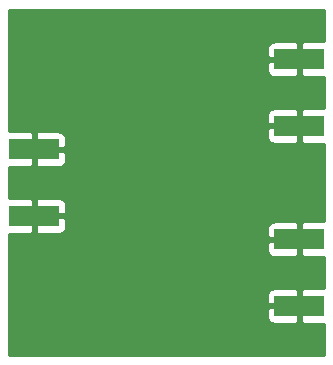
<source format=gbr>
%TF.GenerationSoftware,KiCad,Pcbnew,(5.1.9)-1*%
%TF.CreationDate,2021-03-17T18:50:59-04:00*%
%TF.ProjectId,PowerSplitter,506f7765-7253-4706-9c69-747465722e6b,rev?*%
%TF.SameCoordinates,Original*%
%TF.FileFunction,Copper,L2,Bot*%
%TF.FilePolarity,Positive*%
%FSLAX46Y46*%
G04 Gerber Fmt 4.6, Leading zero omitted, Abs format (unit mm)*
G04 Created by KiCad (PCBNEW (5.1.9)-1) date 2021-03-17 18:50:59*
%MOMM*%
%LPD*%
G01*
G04 APERTURE LIST*
%TA.AperFunction,SMDPad,CuDef*%
%ADD10R,4.200000X1.750000*%
%TD*%
%TA.AperFunction,ViaPad*%
%ADD11C,0.800000*%
%TD*%
%TA.AperFunction,Conductor*%
%ADD12C,0.254000*%
%TD*%
%TA.AperFunction,Conductor*%
%ADD13C,0.100000*%
%TD*%
G04 APERTURE END LIST*
D10*
%TO.P,J3,3_2*%
%TO.N,GND*%
X134420000Y-78455000D03*
%TO.P,J3,2_2*%
X134420000Y-84105000D03*
%TD*%
%TO.P,J2,3_2*%
%TO.N,GND*%
X134420000Y-63215000D03*
%TO.P,J2,2_2*%
X134420000Y-68865000D03*
%TD*%
%TO.P,J1,3_2*%
%TO.N,GND*%
X111960000Y-76485000D03*
%TO.P,J1,2_2*%
X111960000Y-70835000D03*
%TD*%
D11*
%TO.N,GND*%
X110668550Y-60494876D03*
X110668550Y-64494876D03*
X110668550Y-79494876D03*
X110668550Y-83494876D03*
X110668550Y-87494876D03*
X111668550Y-67494876D03*
X112668550Y-62494876D03*
X112668550Y-81494876D03*
X112668550Y-85494876D03*
X113668550Y-65494876D03*
X114668550Y-60494876D03*
X114668550Y-79494876D03*
X114668550Y-83494876D03*
X114668550Y-87494876D03*
X115668550Y-63494876D03*
X115668550Y-67494876D03*
X115668550Y-71494876D03*
X115668550Y-75494876D03*
X116668550Y-81494876D03*
X116668550Y-85494876D03*
X117668550Y-61494876D03*
X117668550Y-65494876D03*
X117668550Y-69494876D03*
X117668550Y-77494876D03*
X118668550Y-83494876D03*
X118668550Y-87494876D03*
X119668550Y-63494876D03*
X119668550Y-67494876D03*
X119668550Y-71494876D03*
X119668550Y-75494876D03*
X119668550Y-79494876D03*
X120668550Y-60494876D03*
X120668550Y-85494876D03*
X121668550Y-65494876D03*
X121668550Y-69494876D03*
X121668550Y-77494876D03*
X121668550Y-81494876D03*
X122668550Y-62494876D03*
X122668550Y-87494876D03*
X123668550Y-67494876D03*
X123668550Y-79494876D03*
X123668550Y-83494876D03*
X124668550Y-60494876D03*
X124668550Y-64494876D03*
X125668550Y-81494876D03*
X125668550Y-85494876D03*
X126668550Y-62494876D03*
X126668550Y-66494876D03*
X126668550Y-73494876D03*
X127668550Y-83494876D03*
X128668550Y-60494876D03*
X128668550Y-64494876D03*
X128668550Y-71494876D03*
X128668550Y-75494876D03*
X128668550Y-86494876D03*
X130668550Y-62494876D03*
X130668550Y-69494876D03*
X130668550Y-73494876D03*
X130668550Y-77494876D03*
X130668550Y-84494876D03*
X131668550Y-87494876D03*
X132668550Y-60494876D03*
X132668550Y-71494876D03*
X132668550Y-75494876D03*
X134668550Y-73494876D03*
X135668550Y-87494876D03*
%TD*%
D12*
%TO.N,GND*%
X136500000Y-61701962D02*
X134705750Y-61705000D01*
X134547000Y-61863750D01*
X134547000Y-63088000D01*
X134567000Y-63088000D01*
X134567000Y-63342000D01*
X134547000Y-63342000D01*
X134547000Y-64566250D01*
X134705750Y-64725000D01*
X136500000Y-64728038D01*
X136500000Y-67351962D01*
X134705750Y-67355000D01*
X134547000Y-67513750D01*
X134547000Y-68738000D01*
X134567000Y-68738000D01*
X134567000Y-68992000D01*
X134547000Y-68992000D01*
X134547000Y-70216250D01*
X134705750Y-70375000D01*
X136500000Y-70378038D01*
X136500001Y-76941962D01*
X134705750Y-76945000D01*
X134547000Y-77103750D01*
X134547000Y-78328000D01*
X134567000Y-78328000D01*
X134567000Y-78582000D01*
X134547000Y-78582000D01*
X134547000Y-79806250D01*
X134705750Y-79965000D01*
X136500001Y-79968038D01*
X136500001Y-82591962D01*
X134705750Y-82595000D01*
X134547000Y-82753750D01*
X134547000Y-83978000D01*
X134567000Y-83978000D01*
X134567000Y-84232000D01*
X134547000Y-84232000D01*
X134547000Y-85456250D01*
X134705750Y-85615000D01*
X136500001Y-85618038D01*
X136500001Y-88240000D01*
X109880000Y-88240000D01*
X109880000Y-84980000D01*
X131681928Y-84980000D01*
X131694188Y-85104482D01*
X131730498Y-85224180D01*
X131789463Y-85334494D01*
X131868815Y-85431185D01*
X131965506Y-85510537D01*
X132075820Y-85569502D01*
X132195518Y-85605812D01*
X132320000Y-85618072D01*
X134134250Y-85615000D01*
X134293000Y-85456250D01*
X134293000Y-84232000D01*
X131843750Y-84232000D01*
X131685000Y-84390750D01*
X131681928Y-84980000D01*
X109880000Y-84980000D01*
X109880000Y-83230000D01*
X131681928Y-83230000D01*
X131685000Y-83819250D01*
X131843750Y-83978000D01*
X134293000Y-83978000D01*
X134293000Y-82753750D01*
X134134250Y-82595000D01*
X132320000Y-82591928D01*
X132195518Y-82604188D01*
X132075820Y-82640498D01*
X131965506Y-82699463D01*
X131868815Y-82778815D01*
X131789463Y-82875506D01*
X131730498Y-82985820D01*
X131694188Y-83105518D01*
X131681928Y-83230000D01*
X109880000Y-83230000D01*
X109880000Y-79330000D01*
X131681928Y-79330000D01*
X131694188Y-79454482D01*
X131730498Y-79574180D01*
X131789463Y-79684494D01*
X131868815Y-79781185D01*
X131965506Y-79860537D01*
X132075820Y-79919502D01*
X132195518Y-79955812D01*
X132320000Y-79968072D01*
X134134250Y-79965000D01*
X134293000Y-79806250D01*
X134293000Y-78582000D01*
X131843750Y-78582000D01*
X131685000Y-78740750D01*
X131681928Y-79330000D01*
X109880000Y-79330000D01*
X109880000Y-77998038D01*
X111674250Y-77995000D01*
X111833000Y-77836250D01*
X111833000Y-76612000D01*
X112087000Y-76612000D01*
X112087000Y-77836250D01*
X112245750Y-77995000D01*
X114060000Y-77998072D01*
X114184482Y-77985812D01*
X114304180Y-77949502D01*
X114414494Y-77890537D01*
X114511185Y-77811185D01*
X114590537Y-77714494D01*
X114649502Y-77604180D01*
X114656836Y-77580000D01*
X131681928Y-77580000D01*
X131685000Y-78169250D01*
X131843750Y-78328000D01*
X134293000Y-78328000D01*
X134293000Y-77103750D01*
X134134250Y-76945000D01*
X132320000Y-76941928D01*
X132195518Y-76954188D01*
X132075820Y-76990498D01*
X131965506Y-77049463D01*
X131868815Y-77128815D01*
X131789463Y-77225506D01*
X131730498Y-77335820D01*
X131694188Y-77455518D01*
X131681928Y-77580000D01*
X114656836Y-77580000D01*
X114685812Y-77484482D01*
X114698072Y-77360000D01*
X114695000Y-76770750D01*
X114536250Y-76612000D01*
X112087000Y-76612000D01*
X111833000Y-76612000D01*
X111813000Y-76612000D01*
X111813000Y-76358000D01*
X111833000Y-76358000D01*
X111833000Y-75133750D01*
X112087000Y-75133750D01*
X112087000Y-76358000D01*
X114536250Y-76358000D01*
X114695000Y-76199250D01*
X114698072Y-75610000D01*
X114685812Y-75485518D01*
X114649502Y-75365820D01*
X114590537Y-75255506D01*
X114511185Y-75158815D01*
X114414494Y-75079463D01*
X114304180Y-75020498D01*
X114184482Y-74984188D01*
X114060000Y-74971928D01*
X112245750Y-74975000D01*
X112087000Y-75133750D01*
X111833000Y-75133750D01*
X111674250Y-74975000D01*
X109880000Y-74971962D01*
X109880000Y-72348038D01*
X111674250Y-72345000D01*
X111833000Y-72186250D01*
X111833000Y-70962000D01*
X112087000Y-70962000D01*
X112087000Y-72186250D01*
X112245750Y-72345000D01*
X114060000Y-72348072D01*
X114184482Y-72335812D01*
X114304180Y-72299502D01*
X114414494Y-72240537D01*
X114511185Y-72161185D01*
X114590537Y-72064494D01*
X114649502Y-71954180D01*
X114685812Y-71834482D01*
X114698072Y-71710000D01*
X114695000Y-71120750D01*
X114536250Y-70962000D01*
X112087000Y-70962000D01*
X111833000Y-70962000D01*
X111813000Y-70962000D01*
X111813000Y-70708000D01*
X111833000Y-70708000D01*
X111833000Y-69483750D01*
X112087000Y-69483750D01*
X112087000Y-70708000D01*
X114536250Y-70708000D01*
X114695000Y-70549250D01*
X114698072Y-69960000D01*
X114685812Y-69835518D01*
X114656837Y-69740000D01*
X131681928Y-69740000D01*
X131694188Y-69864482D01*
X131730498Y-69984180D01*
X131789463Y-70094494D01*
X131868815Y-70191185D01*
X131965506Y-70270537D01*
X132075820Y-70329502D01*
X132195518Y-70365812D01*
X132320000Y-70378072D01*
X134134250Y-70375000D01*
X134293000Y-70216250D01*
X134293000Y-68992000D01*
X131843750Y-68992000D01*
X131685000Y-69150750D01*
X131681928Y-69740000D01*
X114656837Y-69740000D01*
X114649502Y-69715820D01*
X114590537Y-69605506D01*
X114511185Y-69508815D01*
X114414494Y-69429463D01*
X114304180Y-69370498D01*
X114184482Y-69334188D01*
X114060000Y-69321928D01*
X112245750Y-69325000D01*
X112087000Y-69483750D01*
X111833000Y-69483750D01*
X111674250Y-69325000D01*
X109880000Y-69321962D01*
X109880000Y-67990000D01*
X131681928Y-67990000D01*
X131685000Y-68579250D01*
X131843750Y-68738000D01*
X134293000Y-68738000D01*
X134293000Y-67513750D01*
X134134250Y-67355000D01*
X132320000Y-67351928D01*
X132195518Y-67364188D01*
X132075820Y-67400498D01*
X131965506Y-67459463D01*
X131868815Y-67538815D01*
X131789463Y-67635506D01*
X131730498Y-67745820D01*
X131694188Y-67865518D01*
X131681928Y-67990000D01*
X109880000Y-67990000D01*
X109880000Y-64090000D01*
X131681928Y-64090000D01*
X131694188Y-64214482D01*
X131730498Y-64334180D01*
X131789463Y-64444494D01*
X131868815Y-64541185D01*
X131965506Y-64620537D01*
X132075820Y-64679502D01*
X132195518Y-64715812D01*
X132320000Y-64728072D01*
X134134250Y-64725000D01*
X134293000Y-64566250D01*
X134293000Y-63342000D01*
X131843750Y-63342000D01*
X131685000Y-63500750D01*
X131681928Y-64090000D01*
X109880000Y-64090000D01*
X109880000Y-62340000D01*
X131681928Y-62340000D01*
X131685000Y-62929250D01*
X131843750Y-63088000D01*
X134293000Y-63088000D01*
X134293000Y-61863750D01*
X134134250Y-61705000D01*
X132320000Y-61701928D01*
X132195518Y-61714188D01*
X132075820Y-61750498D01*
X131965506Y-61809463D01*
X131868815Y-61888815D01*
X131789463Y-61985506D01*
X131730498Y-62095820D01*
X131694188Y-62215518D01*
X131681928Y-62340000D01*
X109880000Y-62340000D01*
X109880000Y-59080000D01*
X136500000Y-59080000D01*
X136500000Y-61701962D01*
%TA.AperFunction,Conductor*%
D13*
G36*
X136500000Y-61701962D02*
G01*
X134705750Y-61705000D01*
X134547000Y-61863750D01*
X134547000Y-63088000D01*
X134567000Y-63088000D01*
X134567000Y-63342000D01*
X134547000Y-63342000D01*
X134547000Y-64566250D01*
X134705750Y-64725000D01*
X136500000Y-64728038D01*
X136500000Y-67351962D01*
X134705750Y-67355000D01*
X134547000Y-67513750D01*
X134547000Y-68738000D01*
X134567000Y-68738000D01*
X134567000Y-68992000D01*
X134547000Y-68992000D01*
X134547000Y-70216250D01*
X134705750Y-70375000D01*
X136500000Y-70378038D01*
X136500001Y-76941962D01*
X134705750Y-76945000D01*
X134547000Y-77103750D01*
X134547000Y-78328000D01*
X134567000Y-78328000D01*
X134567000Y-78582000D01*
X134547000Y-78582000D01*
X134547000Y-79806250D01*
X134705750Y-79965000D01*
X136500001Y-79968038D01*
X136500001Y-82591962D01*
X134705750Y-82595000D01*
X134547000Y-82753750D01*
X134547000Y-83978000D01*
X134567000Y-83978000D01*
X134567000Y-84232000D01*
X134547000Y-84232000D01*
X134547000Y-85456250D01*
X134705750Y-85615000D01*
X136500001Y-85618038D01*
X136500001Y-88240000D01*
X109880000Y-88240000D01*
X109880000Y-84980000D01*
X131681928Y-84980000D01*
X131694188Y-85104482D01*
X131730498Y-85224180D01*
X131789463Y-85334494D01*
X131868815Y-85431185D01*
X131965506Y-85510537D01*
X132075820Y-85569502D01*
X132195518Y-85605812D01*
X132320000Y-85618072D01*
X134134250Y-85615000D01*
X134293000Y-85456250D01*
X134293000Y-84232000D01*
X131843750Y-84232000D01*
X131685000Y-84390750D01*
X131681928Y-84980000D01*
X109880000Y-84980000D01*
X109880000Y-83230000D01*
X131681928Y-83230000D01*
X131685000Y-83819250D01*
X131843750Y-83978000D01*
X134293000Y-83978000D01*
X134293000Y-82753750D01*
X134134250Y-82595000D01*
X132320000Y-82591928D01*
X132195518Y-82604188D01*
X132075820Y-82640498D01*
X131965506Y-82699463D01*
X131868815Y-82778815D01*
X131789463Y-82875506D01*
X131730498Y-82985820D01*
X131694188Y-83105518D01*
X131681928Y-83230000D01*
X109880000Y-83230000D01*
X109880000Y-79330000D01*
X131681928Y-79330000D01*
X131694188Y-79454482D01*
X131730498Y-79574180D01*
X131789463Y-79684494D01*
X131868815Y-79781185D01*
X131965506Y-79860537D01*
X132075820Y-79919502D01*
X132195518Y-79955812D01*
X132320000Y-79968072D01*
X134134250Y-79965000D01*
X134293000Y-79806250D01*
X134293000Y-78582000D01*
X131843750Y-78582000D01*
X131685000Y-78740750D01*
X131681928Y-79330000D01*
X109880000Y-79330000D01*
X109880000Y-77998038D01*
X111674250Y-77995000D01*
X111833000Y-77836250D01*
X111833000Y-76612000D01*
X112087000Y-76612000D01*
X112087000Y-77836250D01*
X112245750Y-77995000D01*
X114060000Y-77998072D01*
X114184482Y-77985812D01*
X114304180Y-77949502D01*
X114414494Y-77890537D01*
X114511185Y-77811185D01*
X114590537Y-77714494D01*
X114649502Y-77604180D01*
X114656836Y-77580000D01*
X131681928Y-77580000D01*
X131685000Y-78169250D01*
X131843750Y-78328000D01*
X134293000Y-78328000D01*
X134293000Y-77103750D01*
X134134250Y-76945000D01*
X132320000Y-76941928D01*
X132195518Y-76954188D01*
X132075820Y-76990498D01*
X131965506Y-77049463D01*
X131868815Y-77128815D01*
X131789463Y-77225506D01*
X131730498Y-77335820D01*
X131694188Y-77455518D01*
X131681928Y-77580000D01*
X114656836Y-77580000D01*
X114685812Y-77484482D01*
X114698072Y-77360000D01*
X114695000Y-76770750D01*
X114536250Y-76612000D01*
X112087000Y-76612000D01*
X111833000Y-76612000D01*
X111813000Y-76612000D01*
X111813000Y-76358000D01*
X111833000Y-76358000D01*
X111833000Y-75133750D01*
X112087000Y-75133750D01*
X112087000Y-76358000D01*
X114536250Y-76358000D01*
X114695000Y-76199250D01*
X114698072Y-75610000D01*
X114685812Y-75485518D01*
X114649502Y-75365820D01*
X114590537Y-75255506D01*
X114511185Y-75158815D01*
X114414494Y-75079463D01*
X114304180Y-75020498D01*
X114184482Y-74984188D01*
X114060000Y-74971928D01*
X112245750Y-74975000D01*
X112087000Y-75133750D01*
X111833000Y-75133750D01*
X111674250Y-74975000D01*
X109880000Y-74971962D01*
X109880000Y-72348038D01*
X111674250Y-72345000D01*
X111833000Y-72186250D01*
X111833000Y-70962000D01*
X112087000Y-70962000D01*
X112087000Y-72186250D01*
X112245750Y-72345000D01*
X114060000Y-72348072D01*
X114184482Y-72335812D01*
X114304180Y-72299502D01*
X114414494Y-72240537D01*
X114511185Y-72161185D01*
X114590537Y-72064494D01*
X114649502Y-71954180D01*
X114685812Y-71834482D01*
X114698072Y-71710000D01*
X114695000Y-71120750D01*
X114536250Y-70962000D01*
X112087000Y-70962000D01*
X111833000Y-70962000D01*
X111813000Y-70962000D01*
X111813000Y-70708000D01*
X111833000Y-70708000D01*
X111833000Y-69483750D01*
X112087000Y-69483750D01*
X112087000Y-70708000D01*
X114536250Y-70708000D01*
X114695000Y-70549250D01*
X114698072Y-69960000D01*
X114685812Y-69835518D01*
X114656837Y-69740000D01*
X131681928Y-69740000D01*
X131694188Y-69864482D01*
X131730498Y-69984180D01*
X131789463Y-70094494D01*
X131868815Y-70191185D01*
X131965506Y-70270537D01*
X132075820Y-70329502D01*
X132195518Y-70365812D01*
X132320000Y-70378072D01*
X134134250Y-70375000D01*
X134293000Y-70216250D01*
X134293000Y-68992000D01*
X131843750Y-68992000D01*
X131685000Y-69150750D01*
X131681928Y-69740000D01*
X114656837Y-69740000D01*
X114649502Y-69715820D01*
X114590537Y-69605506D01*
X114511185Y-69508815D01*
X114414494Y-69429463D01*
X114304180Y-69370498D01*
X114184482Y-69334188D01*
X114060000Y-69321928D01*
X112245750Y-69325000D01*
X112087000Y-69483750D01*
X111833000Y-69483750D01*
X111674250Y-69325000D01*
X109880000Y-69321962D01*
X109880000Y-67990000D01*
X131681928Y-67990000D01*
X131685000Y-68579250D01*
X131843750Y-68738000D01*
X134293000Y-68738000D01*
X134293000Y-67513750D01*
X134134250Y-67355000D01*
X132320000Y-67351928D01*
X132195518Y-67364188D01*
X132075820Y-67400498D01*
X131965506Y-67459463D01*
X131868815Y-67538815D01*
X131789463Y-67635506D01*
X131730498Y-67745820D01*
X131694188Y-67865518D01*
X131681928Y-67990000D01*
X109880000Y-67990000D01*
X109880000Y-64090000D01*
X131681928Y-64090000D01*
X131694188Y-64214482D01*
X131730498Y-64334180D01*
X131789463Y-64444494D01*
X131868815Y-64541185D01*
X131965506Y-64620537D01*
X132075820Y-64679502D01*
X132195518Y-64715812D01*
X132320000Y-64728072D01*
X134134250Y-64725000D01*
X134293000Y-64566250D01*
X134293000Y-63342000D01*
X131843750Y-63342000D01*
X131685000Y-63500750D01*
X131681928Y-64090000D01*
X109880000Y-64090000D01*
X109880000Y-62340000D01*
X131681928Y-62340000D01*
X131685000Y-62929250D01*
X131843750Y-63088000D01*
X134293000Y-63088000D01*
X134293000Y-61863750D01*
X134134250Y-61705000D01*
X132320000Y-61701928D01*
X132195518Y-61714188D01*
X132075820Y-61750498D01*
X131965506Y-61809463D01*
X131868815Y-61888815D01*
X131789463Y-61985506D01*
X131730498Y-62095820D01*
X131694188Y-62215518D01*
X131681928Y-62340000D01*
X109880000Y-62340000D01*
X109880000Y-59080000D01*
X136500000Y-59080000D01*
X136500000Y-61701962D01*
G37*
%TD.AperFunction*%
%TD*%
M02*

</source>
